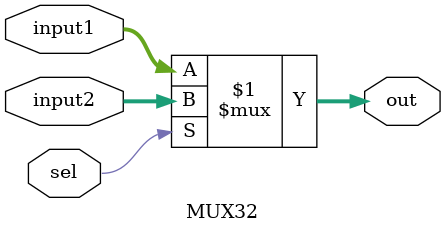
<source format=v>
module MUX32(
    input sel,
    input [31:0] input1,
    input [31:0] input2,
    output [31:0] out
);

    assign out = sel ? input2 : input1;
endmodule
</source>
